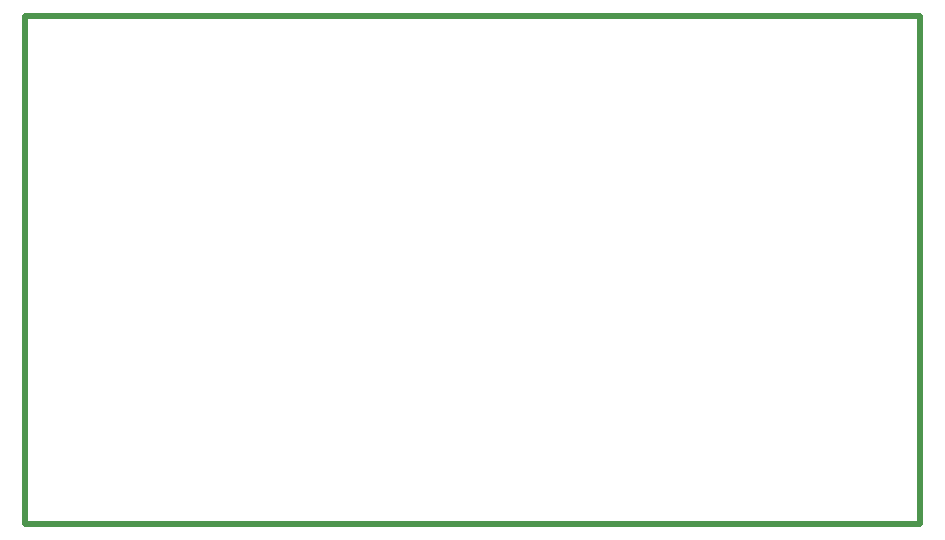
<source format=gbr>
%FSLAX34Y34*%
%MOMM*%
%LNOUTLINE*%
G71*
G01*
%ADD10C, 0.500*%
%LPD*%
G54D10*
X0Y0D02*
X757238Y0D01*
X757238Y-430212D01*
X0Y-430212D01*
X0Y0D01*
M02*

</source>
